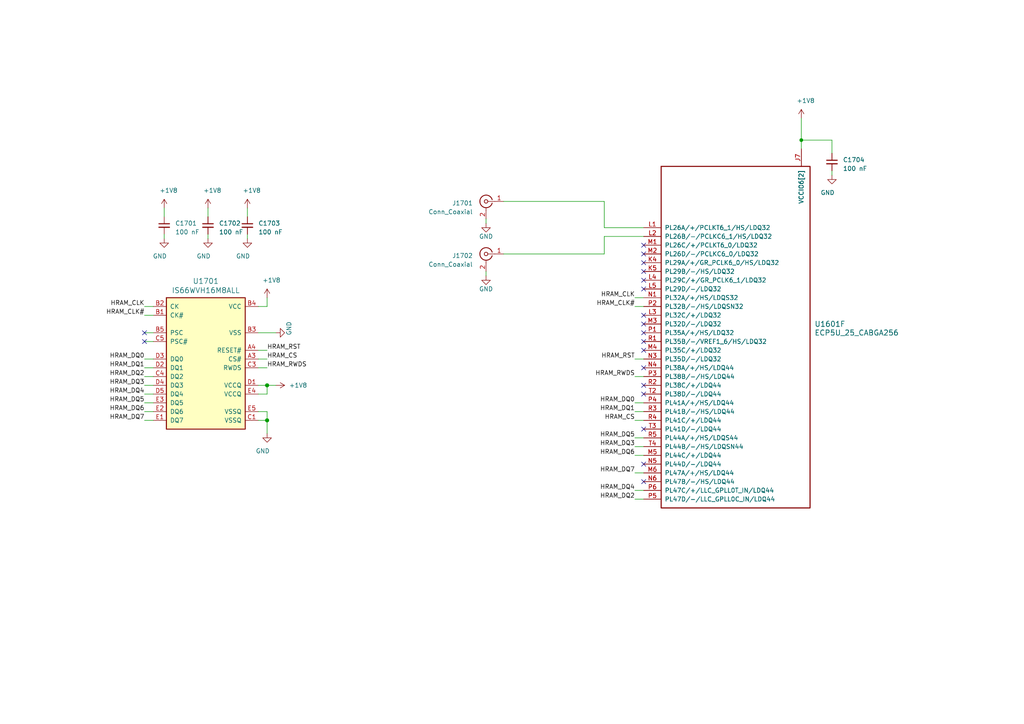
<source format=kicad_sch>
(kicad_sch (version 20211123) (generator eeschema)
  (paper "A4")
  (lib_symbols
    (symbol "Connector:Conn_Coaxial" (pin_names (offset 1.016) hide)
      (property "Reference" "J" (at 0.254 3.048 0))
      (property "Value" "Conn_Coaxial" (at 2.921 0 90))
      (symbol "Conn_Coaxial_0_1"
        (arc (start -1.778 -0.508) (mid 0.2311 -1.8066) (end 1.778 0) (stroke (width 0.254)))
        (polyline (pts (xy -2.54 0) (xy -0.508 0)))
        (polyline (pts (xy 0 -2.54) (xy 0 -1.778)))
        (circle (center 0 0) (radius 0.508) (stroke (width 0.2032)))
        (arc (start 1.778 0) (mid 0.2099 1.8101) (end -1.778 0.508) (stroke (width 0.254)))
      )
      (symbol "Conn_Coaxial_1_1"
        (pin passive line (at -5.08 0 0) (length 2.54) (name "In") (number "1"))
        (pin passive line (at 0 -5.08 90) (length 2.54) (name "Ext") (number "2"))
      )
    )
    (symbol "Device:C_Small" (pin_numbers hide) (pin_names (offset 0.254) hide)
      (property "Reference" "C" (at 0.254 1.778 0))
      (property "Value" "C_Small" (at 0.254 -2.032 0))
      (symbol "C_Small_0_1"
        (polyline (pts (xy -1.524 -0.508) (xy 1.524 -0.508)) (stroke (width 0.3302)))
        (polyline (pts (xy -1.524 0.508) (xy 1.524 0.508)) (stroke (width 0.3048)))
      )
      (symbol "C_Small_1_1"
        (pin passive line (at 0 2.54 270) (length 2.032) (name "~") (number "1"))
        (pin passive line (at 0 -2.54 90) (length 2.032) (name "~") (number "2"))
      )
    )
    (symbol "jtk_rf:ECP5U_25_CABGA256" (pin_names (offset 1.016))
      (property "Reference" "U1601" (at -5.08 24.13 0))
      (property "Value" "ECP5U_25_CABGA256" (at -3.81 20.32 0))
      (symbol "ECP5U_25_CABGA256_1_1"
        (rectangle (start 5.08 17.78) (end 12.7 -10.16) (stroke (width 0.3048)))
        (pin power_in line (at 7.62 -15.24 90) (length 5.08) (name "GND[27]") (number "A1"))
        (pin power_in line (at 7.62 -15.24 90) (length 5.08) (name "GND[27]") (number "A16"))
        (pin power_in line (at 7.62 -15.24 90) (length 5.08) (name "GND[27]") (number "D15"))
        (pin power_in line (at 7.62 -15.24 90) (length 5.08) (name "GND[27]") (number "D2"))
        (pin power_in line (at 7.62 -15.24 90) (length 5.08) (name "GND[27]") (number "F8"))
        (pin power_in line (at 7.62 -15.24 90) (length 5.08) (name "GND[27]") (number "F9"))
        (pin power_in line (at 7.62 -15.24 90) (length 5.08) (name "GND[27]") (number "G10"))
        (pin power_in line (at 7.62 22.86 270) (length 5.08) (name "VCCAUX[2]") (number "G11"))
        (pin power_in line (at 10.16 22.86 270) (length 5.08) (name "VCC[6]") (number "G6"))
        (pin power_in line (at 10.16 22.86 270) (length 5.08) (name "VCC[6]") (number "G7"))
        (pin power_in line (at 7.62 -15.24 90) (length 5.08) (name "GND[27]") (number "G8"))
        (pin power_in line (at 10.16 22.86 270) (length 5.08) (name "VCC[6]") (number "G9"))
        (pin power_in line (at 7.62 -15.24 90) (length 5.08) (name "GND[27]") (number "H1"))
        (pin power_in line (at 7.62 -15.24 90) (length 5.08) (name "GND[27]") (number "H10"))
        (pin power_in line (at 7.62 -15.24 90) (length 5.08) (name "GND[27]") (number "H16"))
        (pin power_in line (at 7.62 -15.24 90) (length 5.08) (name "GND[27]") (number "H8"))
        (pin power_in line (at 7.62 -15.24 90) (length 5.08) (name "GND[27]") (number "H9"))
        (pin power_in line (at 7.62 -15.24 90) (length 5.08) (name "GND[27]") (number "J10"))
        (pin power_in line (at 7.62 -15.24 90) (length 5.08) (name "GND[27]") (number "J8"))
        (pin power_in line (at 7.62 -15.24 90) (length 5.08) (name "GND[27]") (number "J9"))
        (pin power_in line (at 7.62 -15.24 90) (length 5.08) (name "GND[27]") (number "K10"))
        (pin power_in line (at 7.62 -15.24 90) (length 5.08) (name "GND[27]") (number "K6"))
        (pin power_in line (at 7.62 -15.24 90) (length 5.08) (name "GND[27]") (number "K7"))
        (pin power_in line (at 7.62 -15.24 90) (length 5.08) (name "GND[27]") (number "K8"))
        (pin power_in line (at 7.62 -15.24 90) (length 5.08) (name "GND[27]") (number "K9"))
        (pin power_in line (at 10.16 22.86 270) (length 5.08) (name "VCC[6]") (number "L10"))
        (pin power_in line (at 7.62 22.86 270) (length 5.08) (name "VCCAUX[2]") (number "L7"))
        (pin power_in line (at 10.16 22.86 270) (length 5.08) (name "VCC[6]") (number "L8"))
        (pin power_in line (at 10.16 22.86 270) (length 5.08) (name "VCC[6]") (number "L9"))
        (pin power_in line (at 7.62 -15.24 90) (length 5.08) (name "GND[27]") (number "N15"))
        (pin power_in line (at 7.62 -15.24 90) (length 5.08) (name "GND[27]") (number "N2"))
        (pin power_in line (at 7.62 -15.24 90) (length 5.08) (name "GND[27]") (number "T1"))
        (pin power_in line (at 7.62 -15.24 90) (length 5.08) (name "GND[27]") (number "T12"))
        (pin power_in line (at 7.62 -15.24 90) (length 5.08) (name "GND[27]") (number "T16"))
        (pin power_in line (at 7.62 -15.24 90) (length 5.08) (name "GND[27]") (number "T5"))
      )
      (symbol "ECP5U_25_CABGA256_2_1"
        (rectangle (start 5.08 17.78) (end 35.56 -60.96) (stroke (width 0.3048)))
        (pin bidirectional line (at 0 0 0) (length 5.08) (name "PT4A/+") (number "A2"))
        (pin bidirectional line (at 0 -5.08 0) (length 5.08) (name "PT6A/+") (number "A3"))
        (pin bidirectional line (at 0 -7.62 0) (length 5.08) (name "PT6B/-") (number "A4"))
        (pin bidirectional line (at 0 -30.48 0) (length 5.08) (name "PT18A/+") (number "A5"))
        (pin bidirectional line (at 0 -33.02 0) (length 5.08) (name "PT18B/-") (number "A6"))
        (pin bidirectional line (at 0 -55.88 0) (length 5.08) (name "PT29A/+/PCLKT0_0") (number "A7"))
        (pin bidirectional line (at 0 -58.42 0) (length 5.08) (name "PT29B/-/PCLKC0_0") (number "A8"))
        (pin bidirectional line (at 0 -2.54 0) (length 5.08) (name "PT4B/-") (number "B3"))
        (pin bidirectional line (at 0 -17.78 0) (length 5.08) (name "PT11B/-") (number "B4"))
        (pin bidirectional line (at 0 -27.94 0) (length 5.08) (name "PT15B/-") (number "B5"))
        (pin bidirectional line (at 0 -43.18 0) (length 5.08) (name "PT22B/-") (number "B6"))
        (pin bidirectional line (at 0 -53.34 0) (length 5.08) (name "PT27B/-/PCLKC0_1") (number "B7"))
        (pin bidirectional line (at 0 -15.24 0) (length 5.08) (name "PT11A/+") (number "C4"))
        (pin bidirectional line (at 0 -25.4 0) (length 5.08) (name "PT15A/+") (number "C5"))
        (pin bidirectional line (at 0 -40.64 0) (length 5.08) (name "PT22A/+") (number "C6"))
        (pin bidirectional line (at 0 -50.8 0) (length 5.08) (name "PT27A/+/PCLKT0_1") (number "C7"))
        (pin bidirectional line (at 0 -12.7 0) (length 5.08) (name "PT9B/-") (number "D4"))
        (pin bidirectional line (at 0 -22.86 0) (length 5.08) (name "PT13B/-") (number "D5"))
        (pin bidirectional line (at 0 -38.1 0) (length 5.08) (name "PT20B/-") (number "D6"))
        (pin bidirectional line (at 0 -48.26 0) (length 5.08) (name "PT24B/-/GR_PCLK0_0") (number "D7"))
        (pin bidirectional line (at 0 -10.16 0) (length 5.08) (name "PT9A/+") (number "E4"))
        (pin bidirectional line (at 0 -20.32 0) (length 5.08) (name "PT13A/+") (number "E5"))
        (pin bidirectional line (at 0 -35.56 0) (length 5.08) (name "PT20A/+") (number "E6"))
        (pin bidirectional line (at 0 -45.72 0) (length 5.08) (name "PT24A/+/GR_PCLK0_1") (number "E7"))
        (pin power_in line (at 33.02 22.86 270) (length 5.08) (name "VCCIO0[2]") (number "F6"))
        (pin power_in line (at 33.02 22.86 270) (length 5.08) (name "VCCIO0[2]") (number "F7"))
      )
      (symbol "ECP5U_25_CABGA256_3_1"
        (rectangle (start 5.08 17.78) (end 35.56 -81.28) (stroke (width 0.3048)))
        (pin bidirectional line (at 0 -22.86 0) (length 5.08) (name "PT42B/-") (number "A10"))
        (pin bidirectional line (at 0 -45.72 0) (length 5.08) (name "PT53A/+") (number "A11"))
        (pin bidirectional line (at 0 -48.26 0) (length 5.08) (name "PT53B/-") (number "A12"))
        (pin bidirectional line (at 0 -71.12 0) (length 5.08) (name "PT65A/+") (number "A13"))
        (pin bidirectional line (at 0 -73.66 0) (length 5.08) (name "PT65B/-") (number "A14"))
        (pin bidirectional line (at 0 -78.74 0) (length 5.08) (name "PT67B/-") (number "A15"))
        (pin bidirectional line (at 0 -20.32 0) (length 5.08) (name "PT42A/+") (number "A9"))
        (pin bidirectional line (at 0 -25.4 0) (length 5.08) (name "PT44A/+") (number "B10"))
        (pin bidirectional line (at 0 -35.56 0) (length 5.08) (name "PT49A/+") (number "B11"))
        (pin bidirectional line (at 0 -50.8 0) (length 5.08) (name "PT56A/+") (number "B12"))
        (pin bidirectional line (at 0 -60.96 0) (length 5.08) (name "PT60A/+") (number "B13"))
        (pin bidirectional line (at 0 -76.2 0) (length 5.08) (name "PT67A/+") (number "B14"))
        (pin bidirectional line (at 0 -7.62 0) (length 5.08) (name "PT35B/-/PCLKC1_0") (number "B8"))
        (pin bidirectional line (at 0 -10.16 0) (length 5.08) (name "PT38A/+/GR_PCLK1_0") (number "B9"))
        (pin bidirectional line (at 0 -27.94 0) (length 5.08) (name "PT44B/-") (number "C10"))
        (pin bidirectional line (at 0 -38.1 0) (length 5.08) (name "PT49B/-") (number "C11"))
        (pin bidirectional line (at 0 -53.34 0) (length 5.08) (name "PT56B/-") (number "C12"))
        (pin bidirectional line (at 0 -63.5 0) (length 5.08) (name "PT60B/-") (number "C13"))
        (pin bidirectional line (at 0 -5.08 0) (length 5.08) (name "PT35A/+/PCLKT1_0") (number "C8"))
        (pin bidirectional line (at 0 -12.7 0) (length 5.08) (name "PT38B/-/GR_PCLK1_1") (number "C9"))
        (pin bidirectional line (at 0 -30.48 0) (length 5.08) (name "PT47A/+") (number "D10"))
        (pin bidirectional line (at 0 -40.64 0) (length 5.08) (name "PT51A/+") (number "D11"))
        (pin bidirectional line (at 0 -55.88 0) (length 5.08) (name "PT58A/+") (number "D12"))
        (pin bidirectional line (at 0 -66.04 0) (length 5.08) (name "PT62A/+") (number "D13"))
        (pin bidirectional line (at 0 -2.54 0) (length 5.08) (name "PT33B/-/PCLKC1_1") (number "D8"))
        (pin bidirectional line (at 0 -15.24 0) (length 5.08) (name "PT40A/+") (number "D9"))
        (pin bidirectional line (at 0 -33.02 0) (length 5.08) (name "PT47B/-") (number "E10"))
        (pin bidirectional line (at 0 -43.18 0) (length 5.08) (name "PT51B/-") (number "E11"))
        (pin bidirectional line (at 0 -58.42 0) (length 5.08) (name "PT58B/-") (number "E12"))
        (pin bidirectional line (at 0 -68.58 0) (length 5.08) (name "PT62B/-") (number "E13"))
        (pin bidirectional line (at 0 0 0) (length 5.08) (name "PT33A/+/PCLKT1_1") (number "E8"))
        (pin bidirectional line (at 0 -17.78 0) (length 5.08) (name "PT40B/-") (number "E9"))
        (pin power_in line (at 33.02 22.86 270) (length 5.08) (name "VCCIO1[2]") (number "F10"))
        (pin power_in line (at 33.02 22.86 270) (length 5.08) (name "VCCIO1[2]") (number "F11"))
      )
      (symbol "ECP5U_25_CABGA256_4_1"
        (rectangle (start 5.08 17.78) (end 48.26 -81.28) (stroke (width 0.3048)))
        (pin bidirectional line (at 0 -2.54 0) (length 5.08) (name "PR2B/-/S0_IN/HS/RDQ8") (number "B15"))
        (pin bidirectional line (at 0 0 0) (length 5.08) (name "PR2A/+/HS/RDQ8") (number "B16"))
        (pin bidirectional line (at 0 -5.08 0) (length 5.08) (name "PR2C/+/RDQ8") (number "C14"))
        (pin bidirectional line (at 0 -12.7 0) (length 5.08) (name "PR5B/-/HS/RDQ8") (number "C15"))
        (pin bidirectional line (at 0 -10.16 0) (length 5.08) (name "PR5A/+/HS/RDQ8") (number "C16"))
        (pin bidirectional line (at 0 -7.62 0) (length 5.08) (name "PR2D/-/RDQ8") (number "D14"))
        (pin bidirectional line (at 0 -20.32 0) (length 5.08) (name "PR8A/+/HS/RDQS8") (number "D16"))
        (pin bidirectional line (at 0 -15.24 0) (length 5.08) (name "PR5C/+/RDQ8") (number "E14"))
        (pin bidirectional line (at 0 -22.86 0) (length 5.08) (name "PR8B/-/HS/RDQSN8") (number "E15"))
        (pin bidirectional line (at 0 -38.1 0) (length 5.08) (name "PR11D/-/RDQ8") (number "E16"))
        (pin bidirectional line (at 0 -27.94 0) (length 5.08) (name "PR8D/-/RDQ8") (number "F12"))
        (pin bidirectional line (at 0 -25.4 0) (length 5.08) (name "PR8C/+/RDQ8") (number "F13"))
        (pin bidirectional line (at 0 -17.78 0) (length 5.08) (name "PR5D/-/RDQ8") (number "F14"))
        (pin bidirectional line (at 0 -35.56 0) (length 5.08) (name "PR11C/+/RDQ8") (number "F15"))
        (pin bidirectional line (at 0 -40.64 0) (length 5.08) (name "PR14A/+/HS/RDQ20") (number "F16"))
        (pin bidirectional line (at 0 -30.48 0) (length 5.08) (name "PR11A/+/HS/RDQ8") (number "G12"))
        (pin bidirectional line (at 0 -33.02 0) (length 5.08) (name "PR11B/-/HS/RDQ8") (number "G13"))
        (pin bidirectional line (at 0 -45.72 0) (length 5.08) (name "PR14C/+/VREF1_2/RDQ20") (number "G14"))
        (pin bidirectional line (at 0 -43.18 0) (length 5.08) (name "PR14B/-/HS/RDQ20") (number "G15"))
        (pin bidirectional line (at 0 -60.96 0) (length 5.08) (name "PR20A/+/GR_PCLK2_1/HS/RDQS20") (number "G16"))
        (pin power_in line (at 45.72 22.86 270) (length 5.08) (name "VCCIO2[2]") (number "H11"))
        (pin bidirectional line (at 0 -50.8 0) (length 5.08) (name "PR17A/+/HS/RDQ20") (number "H12"))
        (pin bidirectional line (at 0 -53.34 0) (length 5.08) (name "PR17B/-/HS/RDQ20") (number "H13"))
        (pin bidirectional line (at 0 -48.26 0) (length 5.08) (name "PR14D/-/RDQ20") (number "H14"))
        (pin bidirectional line (at 0 -63.5 0) (length 5.08) (name "PR20B/-/HS/RDQSN20") (number "H15"))
        (pin power_in line (at 45.72 22.86 270) (length 5.08) (name "VCCIO2[2]") (number "J11"))
        (pin bidirectional line (at 0 -58.42 0) (length 5.08) (name "PR17D/-/RDQ20") (number "J12"))
        (pin bidirectional line (at 0 -55.88 0) (length 5.08) (name "PR17C/+/RDQ20") (number "J13"))
        (pin bidirectional line (at 0 -66.04 0) (length 5.08) (name "PR20C/+/GR_PCLK2_0/RDQ20") (number "J14"))
        (pin bidirectional line (at 0 -73.66 0) (length 5.08) (name "PR23B/-/PCLKC2_1/HS/RDQ20") (number "J15"))
        (pin bidirectional line (at 0 -71.12 0) (length 5.08) (name "PR23A/+/PCLKT2_1/HS/RDQ20") (number "J16"))
        (pin bidirectional line (at 0 -68.58 0) (length 5.08) (name "PR20D/-/RDQ20") (number "K14"))
        (pin bidirectional line (at 0 -78.74 0) (length 5.08) (name "PR23D/-/PCLKC2_0/RDQ20") (number "K15"))
        (pin bidirectional line (at 0 -76.2 0) (length 5.08) (name "PR23C/+/PCLKT2_0/RDQ20") (number "K16"))
      )
      (symbol "ECP5U_25_CABGA256_5_1"
        (rectangle (start 5.08 17.78) (end 48.26 -81.28) (stroke (width 0.3048)))
        (pin power_in line (at 45.72 22.86 270) (length 5.08) (name "VCCIO3[2]") (number "K11"))
        (pin bidirectional line (at 0 -12.7 0) (length 5.08) (name "PR29B/-/HS/RDQ32") (number "K12"))
        (pin bidirectional line (at 0 -10.16 0) (length 5.08) (name "PR29A/+/GR_PCLK3_0/HS/RDQ32") (number "K13"))
        (pin power_in line (at 45.72 22.86 270) (length 5.08) (name "VCCIO3[2]") (number "L11"))
        (pin bidirectional line (at 0 -17.78 0) (length 5.08) (name "PR29D/-/RDQ32") (number "L12"))
        (pin bidirectional line (at 0 -15.24 0) (length 5.08) (name "PR29C/+/GR_PCLK3_1/RDQ32") (number "L13"))
        (pin bidirectional line (at 0 -25.4 0) (length 5.08) (name "PR32C/+/RDQ32") (number "L14"))
        (pin bidirectional line (at 0 -2.54 0) (length 5.08) (name "PR26B/-/PCLKC3_1/HS/RDQ32") (number "L15"))
        (pin bidirectional line (at 0 0 0) (length 5.08) (name "PR26A/+/PCLKT3_1/HS/RDQ32") (number "L16"))
        (pin bidirectional line (at 0 -71.12 0) (length 5.08) (name "PR47A/+/HS/RDQ44") (number "M11"))
        (pin bidirectional line (at 0 -66.04 0) (length 5.08) (name "PR44C/+/RDQ44") (number "M12"))
        (pin bidirectional line (at 0 -35.56 0) (length 5.08) (name "PR35C/+/RDQ32") (number "M13"))
        (pin bidirectional line (at 0 -27.94 0) (length 5.08) (name "PR32D/-/RDQ32") (number "M14"))
        (pin bidirectional line (at 0 -7.62 0) (length 5.08) (name "PR26D/-/PCLKC3_0/RDQ32") (number "M15"))
        (pin bidirectional line (at 0 -5.08 0) (length 5.08) (name "PR26C/+/PCLKT3_0/RDQ32") (number "M16"))
        (pin bidirectional line (at 0 -73.66 0) (length 5.08) (name "PR47B/-/HS/RDQ44") (number "N11"))
        (pin bidirectional line (at 0 -68.58 0) (length 5.08) (name "PR44D/-/RDQ44") (number "N12"))
        (pin bidirectional line (at 0 -40.64 0) (length 5.08) (name "PR38A/+/HS/RDQ44") (number "N13"))
        (pin bidirectional line (at 0 -38.1 0) (length 5.08) (name "PR35D/-/RDQ32") (number "N14"))
        (pin bidirectional line (at 0 -20.32 0) (length 5.08) (name "PR32A/+/HS/RDQS32") (number "N16"))
        (pin bidirectional line (at 0 -76.2 0) (length 5.08) (name "PR47C/+/LRC_GPLL0T_IN/RDQ44") (number "P11"))
        (pin bidirectional line (at 0 -78.74 0) (length 5.08) (name "PR47D/-/LRC_GPLL0C_IN/RDQ44") (number "P12"))
        (pin bidirectional line (at 0 -50.8 0) (length 5.08) (name "PR41A/+/HS/RDQ44") (number "P13"))
        (pin bidirectional line (at 0 -43.18 0) (length 5.08) (name "PR38B/-/HS/RDQ44") (number "P14"))
        (pin bidirectional line (at 0 -22.86 0) (length 5.08) (name "PR32B/-/HS/RDQSN32") (number "P15"))
        (pin bidirectional line (at 0 -30.48 0) (length 5.08) (name "PR35A/+/HS/RDQ32") (number "P16"))
        (pin bidirectional line (at 0 -60.96 0) (length 5.08) (name "PR44A/+/HS/RDQS44") (number "R12"))
        (pin bidirectional line (at 0 -55.88 0) (length 5.08) (name "PR41C/+/RDQ44") (number "R13"))
        (pin bidirectional line (at 0 -53.34 0) (length 5.08) (name "PR41B/-/HS/RDQ44") (number "R14"))
        (pin bidirectional line (at 0 -45.72 0) (length 5.08) (name "PR38C/+/RDQ44") (number "R15"))
        (pin bidirectional line (at 0 -33.02 0) (length 5.08) (name "PR35B/-/VREF1_3/HS/RDQ32") (number "R16"))
        (pin bidirectional line (at 0 -63.5 0) (length 5.08) (name "PR44B/-/HS/RDQSN44") (number "T13"))
        (pin bidirectional line (at 0 -58.42 0) (length 5.08) (name "PR41D/-/RDQ44") (number "T14"))
        (pin bidirectional line (at 0 -48.26 0) (length 5.08) (name "PR38D/-/RDQ44") (number "T15"))
      )
      (symbol "ECP5U_25_CABGA256_6_1"
        (rectangle (start 5.08 17.78) (end 48.26 -81.28) (stroke (width 0.3048)))
        (pin power_in line (at 45.72 22.86 270) (length 5.08) (name "VCCIO6[2]") (number "J6"))
        (pin power_in line (at 45.72 22.86 270) (length 5.08) (name "VCCIO6[2]") (number "J7"))
        (pin bidirectional line (at 0 -10.16 0) (length 5.08) (name "PL29A/+/GR_PCLK6_0/HS/LDQ32") (number "K4"))
        (pin bidirectional line (at 0 -12.7 0) (length 5.08) (name "PL29B/-/HS/LDQ32") (number "K5"))
        (pin bidirectional line (at 0 0 0) (length 5.08) (name "PL26A/+/PCLKT6_1/HS/LDQ32") (number "L1"))
        (pin bidirectional line (at 0 -2.54 0) (length 5.08) (name "PL26B/-/PCLKC6_1/HS/LDQ32") (number "L2"))
        (pin bidirectional line (at 0 -25.4 0) (length 5.08) (name "PL32C/+/LDQ32") (number "L3"))
        (pin bidirectional line (at 0 -15.24 0) (length 5.08) (name "PL29C/+/GR_PCLK6_1/LDQ32") (number "L4"))
        (pin bidirectional line (at 0 -17.78 0) (length 5.08) (name "PL29D/-/LDQ32") (number "L5"))
        (pin bidirectional line (at 0 -5.08 0) (length 5.08) (name "PL26C/+/PCLKT6_0/LDQ32") (number "M1"))
        (pin bidirectional line (at 0 -7.62 0) (length 5.08) (name "PL26D/-/PCLKC6_0/LDQ32") (number "M2"))
        (pin bidirectional line (at 0 -27.94 0) (length 5.08) (name "PL32D/-/LDQ32") (number "M3"))
        (pin bidirectional line (at 0 -35.56 0) (length 5.08) (name "PL35C/+/LDQ32") (number "M4"))
        (pin bidirectional line (at 0 -66.04 0) (length 5.08) (name "PL44C/+/LDQ44") (number "M5"))
        (pin bidirectional line (at 0 -71.12 0) (length 5.08) (name "PL47A/+/HS/LDQ44") (number "M6"))
        (pin bidirectional line (at 0 -20.32 0) (length 5.08) (name "PL32A/+/HS/LDQS32") (number "N1"))
        (pin bidirectional line (at 0 -38.1 0) (length 5.08) (name "PL35D/-/LDQ32") (number "N3"))
        (pin bidirectional line (at 0 -40.64 0) (length 5.08) (name "PL38A/+/HS/LDQ44") (number "N4"))
        (pin bidirectional line (at 0 -68.58 0) (length 5.08) (name "PL44D/-/LDQ44") (number "N5"))
        (pin bidirectional line (at 0 -73.66 0) (length 5.08) (name "PL47B/-/HS/LDQ44") (number "N6"))
        (pin bidirectional line (at 0 -30.48 0) (length 5.08) (name "PL35A/+/HS/LDQ32") (number "P1"))
        (pin bidirectional line (at 0 -22.86 0) (length 5.08) (name "PL32B/-/HS/LDQSN32") (number "P2"))
        (pin bidirectional line (at 0 -43.18 0) (length 5.08) (name "PL38B/-/HS/LDQ44") (number "P3"))
        (pin bidirectional line (at 0 -50.8 0) (length 5.08) (name "PL41A/+/HS/LDQ44") (number "P4"))
        (pin bidirectional line (at 0 -78.74 0) (length 5.08) (name "PL47D/-/LLC_GPLL0C_IN/LDQ44") (number "P5"))
        (pin bidirectional line (at 0 -76.2 0) (length 5.08) (name "PL47C/+/LLC_GPLL0T_IN/LDQ44") (number "P6"))
        (pin bidirectional line (at 0 -33.02 0) (length 5.08) (name "PL35B/-/VREF1_6/HS/LDQ32") (number "R1"))
        (pin bidirectional line (at 0 -45.72 0) (length 5.08) (name "PL38C/+/LDQ44") (number "R2"))
        (pin bidirectional line (at 0 -53.34 0) (length 5.08) (name "PL41B/-/HS/LDQ44") (number "R3"))
        (pin bidirectional line (at 0 -55.88 0) (length 5.08) (name "PL41C/+/LDQ44") (number "R4"))
        (pin bidirectional line (at 0 -60.96 0) (length 5.08) (name "PL44A/+/HS/LDQS44") (number "R5"))
        (pin bidirectional line (at 0 -48.26 0) (length 5.08) (name "PL38D/-/LDQ44") (number "T2"))
        (pin bidirectional line (at 0 -58.42 0) (length 5.08) (name "PL41D/-/LDQ44") (number "T3"))
        (pin bidirectional line (at 0 -63.5 0) (length 5.08) (name "PL44B/-/HS/LDQSN44") (number "T4"))
      )
      (symbol "ECP5U_25_CABGA256_7_1"
        (rectangle (start 5.08 17.78) (end 48.26 -81.28) (stroke (width 0.3048)))
        (pin bidirectional line (at 0 0 0) (length 5.08) (name "PL2A/+/HS/LDQ8") (number "B1"))
        (pin bidirectional line (at 0 -2.54 0) (length 5.08) (name "PL2B/-/HS/LDQ8") (number "B2"))
        (pin bidirectional line (at 0 -10.16 0) (length 5.08) (name "PL5A/+/HS/LDQ8") (number "C1"))
        (pin bidirectional line (at 0 -12.7 0) (length 5.08) (name "PL5B/-/HS/LDQ8") (number "C2"))
        (pin bidirectional line (at 0 -5.08 0) (length 5.08) (name "PL2C/+/LDQ8") (number "C3"))
        (pin bidirectional line (at 0 -20.32 0) (length 5.08) (name "PL8A/+/HS/LDQS8") (number "D1"))
        (pin bidirectional line (at 0 -7.62 0) (length 5.08) (name "PL2D/-/LDQ8") (number "D3"))
        (pin bidirectional line (at 0 -38.1 0) (length 5.08) (name "PL11D/-/LDQ8") (number "E1"))
        (pin bidirectional line (at 0 -22.86 0) (length 5.08) (name "PL8B/-/HS/LDQSN8") (number "E2"))
        (pin bidirectional line (at 0 -15.24 0) (length 5.08) (name "PL5C/+/LDQ8") (number "E3"))
        (pin bidirectional line (at 0 -40.64 0) (length 5.08) (name "PL14A/+/HS/LDQ20") (number "F1"))
        (pin bidirectional line (at 0 -35.56 0) (length 5.08) (name "PL11C/+/LDQ8") (number "F2"))
        (pin bidirectional line (at 0 -17.78 0) (length 5.08) (name "PL5D/-/LDQ8") (number "F3"))
        (pin bidirectional line (at 0 -25.4 0) (length 5.08) (name "PL8C/+/LDQ8") (number "F4"))
        (pin bidirectional line (at 0 -27.94 0) (length 5.08) (name "PL8D/-/LDQ8") (number "F5"))
        (pin bidirectional line (at 0 -60.96 0) (length 5.08) (name "PL20A/+/GR_PCLK7_1/HS/LDQS20") (number "G1"))
        (pin bidirectional line (at 0 -43.18 0) (length 5.08) (name "PL14B/-/HS/LDQ20") (number "G2"))
        (pin bidirectional line (at 0 -45.72 0) (length 5.08) (name "PL14C/+/VREF1_7/LDQ20") (number "G3"))
        (pin bidirectional line (at 0 -33.02 0) (length 5.08) (name "PL11B/-/HS/LDQ8") (number "G4"))
        (pin bidirectional line (at 0 -30.48 0) (length 5.08) (name "PL11A/+/HS/LDQ8") (number "G5"))
        (pin bidirectional line (at 0 -63.5 0) (length 5.08) (name "PL20B/-/HS/LDQSN20") (number "H2"))
        (pin bidirectional line (at 0 -48.26 0) (length 5.08) (name "PL14D/-/LDQ20") (number "H3"))
        (pin bidirectional line (at 0 -53.34 0) (length 5.08) (name "PL17B/-/HS/LDQ20") (number "H4"))
        (pin bidirectional line (at 0 -50.8 0) (length 5.08) (name "PL17A/+/HS/LDQ20") (number "H5"))
        (pin power_in line (at 45.72 22.86 270) (length 5.08) (name "VCCIO7[2]") (number "H6"))
        (pin power_in line (at 45.72 22.86 270) (length 5.08) (name "VCCIO7[2]") (number "H7"))
        (pin bidirectional line (at 0 -71.12 0) (length 5.08) (name "PL23A/+/PCLKT7_1/HS/LDQ20") (number "J1"))
        (pin bidirectional line (at 0 -73.66 0) (length 5.08) (name "PL23B/-/PCLKC7_1/HS/LDQ20") (number "J2"))
        (pin bidirectional line (at 0 -66.04 0) (length 5.08) (name "PL20C/+/GR_PCLK7_0/LDQ20") (number "J3"))
        (pin bidirectional line (at 0 -55.88 0) (length 5.08) (name "PL17C/+/LDQ20") (number "J4"))
        (pin bidirectional line (at 0 -58.42 0) (length 5.08) (name "PL17D/-/LDQ20") (number "J5"))
        (pin bidirectional line (at 0 -76.2 0) (length 5.08) (name "PL23C/+/PCLKT7_0/LDQ20") (number "K1"))
        (pin bidirectional line (at 0 -78.74 0) (length 5.08) (name "PL23D/-/PCLKC7_0/LDQ20") (number "K2"))
        (pin bidirectional line (at 0 -68.58 0) (length 5.08) (name "PL20D/-/LDQ20") (number "K3"))
      )
      (symbol "ECP5U_25_CABGA256_8_1"
        (rectangle (start 5.08 12.7) (end 53.34 -50.8) (stroke (width 0.3048)))
        (pin power_in line (at 50.8 17.78 270) (length 5.08) (name "VCCIO8") (number "L6"))
        (pin bidirectional line (at 0 -27.94 0) (length 5.08) (name "PB9B/-/D2/IO2") (number "M7"))
        (pin bidirectional line (at 0 -43.18 0) (length 5.08) (name "PB15B/-/DOUT/CSON") (number "M8"))
        (pin bidirectional line (at 0 -45.72 0) (length 5.08) (name "PB18A/WRITEN") (number "M9"))
        (pin bidirectional line (at 0 -2.54 0) (length 5.08) (name "CFG_0") (number "N10"))
        (pin bidirectional line (at 0 -25.4 0) (length 5.08) (name "PB9A/+/D3/IO3") (number "N7"))
        (pin bidirectional line (at 0 -40.64 0) (length 5.08) (name "PB15A/+/HOLDN/DI/BUSY/CSSPIN/CEN") (number "N8"))
        (pin bidirectional line (at 0 0 0) (length 5.08) (name "CCLK/MCLK/SCK") (number "N9"))
        (pin bidirectional line (at 0 -5.08 0) (length 5.08) (name "CFG_1") (number "P10"))
        (pin bidirectional line (at 0 -22.86 0) (length 5.08) (name "PB6B/-/D4/MOSI2/IO4") (number "P7"))
        (pin bidirectional line (at 0 -38.1 0) (length 5.08) (name "PB13B/-/CS1N") (number "P8"))
        (pin bidirectional line (at 0 -10.16 0) (length 5.08) (name "DONE") (number "P9"))
        (pin bidirectional line (at 0 -7.62 0) (length 5.08) (name "CFG_2") (number "R10"))
        (pin bidirectional line (at 0 -17.78 0) (length 5.08) (name "PB4B/-/D6/IO6") (number "R6"))
        (pin bidirectional line (at 0 -20.32 0) (length 5.08) (name "PB6A/+/D5/MISO2/IO5") (number "R7"))
        (pin bidirectional line (at 0 -35.56 0) (length 5.08) (name "PB13A/+/SN/CSN") (number "R8"))
        (pin bidirectional line (at 0 -48.26 0) (length 5.08) (name "PROGRAMN") (number "R9"))
        (pin bidirectional line (at 0 -15.24 0) (length 5.08) (name "PB4A/+/D7/IO7") (number "T6"))
        (pin bidirectional line (at 0 -30.48 0) (length 5.08) (name "PB11A/+/D1/MISO/IO1") (number "T7"))
        (pin bidirectional line (at 0 -33.02 0) (length 5.08) (name "PB11B/-/D0/MOSI/IO0") (number "T8"))
        (pin bidirectional line (at 0 -12.7 0) (length 5.08) (name "INITN") (number "T9"))
      )
      (symbol "ECP5U_25_CABGA256_9_1"
        (rectangle (start 5.08 2.54) (end 12.7 -10.16) (stroke (width 0.3048)))
        (pin bidirectional line (at 0 -5.08 0) (length 5.08) (name "TDO") (number "M10"))
        (pin bidirectional line (at 0 -2.54 0) (length 5.08) (name "TDI") (number "R11"))
        (pin bidirectional line (at 0 0 0) (length 5.08) (name "TCK") (number "T10"))
        (pin bidirectional line (at 0 -7.62 0) (length 5.08) (name "TMS") (number "T11"))
      )
    )
    (symbol "jtk_rf:IS66WVH16M8ALL" (pin_names (offset 1.016))
      (property "Reference" "U1701" (at 0 23.876 0))
      (property "Value" "IS66WVH16M8ALL" (at 0 21.1836 0))
      (symbol "IS66WVH16M8ALL_1_0"
        (rectangle (start -11.43 19.05) (end 11.43 -19.05) (stroke (width 0.3048)) (fill (type background)))
      )
      (symbol "IS66WVH16M8ALL_1_1"
        (pin input line (at 15.24 1.27 180) (length 3.81) (name "CS#") (number "A3"))
        (pin input line (at 15.24 3.81 180) (length 3.81) (name "RESET#") (number "A4"))
        (pin input line (at -15.24 13.97 0) (length 3.81) (name "CK#") (number "B1"))
        (pin input line (at -15.24 16.51 0) (length 3.81) (name "CK") (number "B2"))
        (pin input line (at 15.24 8.89 180) (length 3.81) (name "VSS") (number "B3"))
        (pin input line (at 15.24 16.51 180) (length 3.81) (name "VCC") (number "B4"))
        (pin input line (at -15.24 8.89 0) (length 3.81) (name "PSC") (number "B5"))
        (pin input line (at 15.24 -16.51 180) (length 3.81) (name "VSSQ") (number "C1"))
        (pin input line (at 15.24 -1.27 180) (length 3.81) (name "RWDS") (number "C3"))
        (pin input line (at -15.24 -3.81 0) (length 3.81) (name "DQ2") (number "C4"))
        (pin input line (at -15.24 6.35 0) (length 3.81) (name "PSC#") (number "C5"))
        (pin input line (at 15.24 -6.35 180) (length 3.81) (name "VCCQ") (number "D1"))
        (pin input line (at -15.24 -1.27 0) (length 3.81) (name "DQ1") (number "D2"))
        (pin input line (at -15.24 1.27 0) (length 3.81) (name "DQ0") (number "D3"))
        (pin input line (at -15.24 -6.35 0) (length 3.81) (name "DQ3") (number "D4"))
        (pin input line (at -15.24 -8.89 0) (length 3.81) (name "DQ4") (number "D5"))
        (pin input line (at -15.24 -16.51 0) (length 3.81) (name "DQ7") (number "E1"))
        (pin input line (at -15.24 -13.97 0) (length 3.81) (name "DQ6") (number "E2"))
        (pin input line (at -15.24 -11.43 0) (length 3.81) (name "DQ5") (number "E3"))
        (pin input line (at 15.24 -8.89 180) (length 3.81) (name "VCCQ") (number "E4"))
        (pin input line (at 15.24 -13.97 180) (length 3.81) (name "VSSQ") (number "E5"))
      )
    )
    (symbol "power:+1V8" (power) (pin_names (offset 0))
      (property "Value" "+1V8" (at 0 3.556 0))
      (symbol "+1V8_0_1"
        (polyline (pts (xy -0.762 1.27) (xy 0 2.54)))
        (polyline (pts (xy 0 0) (xy 0 2.54)))
        (polyline (pts (xy 0 2.54) (xy 0.762 1.27)))
      )
      (symbol "+1V8_1_1"
        (pin power_in line (at 0 0 90) (length 0) hide (name "+1V8") (number "1"))
      )
    )
    (symbol "power:GND" (power) (pin_names (offset 0))
      (property "Value" "GND" (at 0 -3.81 0))
      (symbol "GND_0_1"
        (polyline (pts (xy 0 0) (xy 0 -1.27) (xy 1.27 -1.27) (xy 0 -2.54) (xy -1.27 -1.27) (xy 0 -1.27)))
      )
      (symbol "GND_1_1"
        (pin power_in line (at 0 0 270) (length 0) hide (name "GND") (number "1"))
      )
    )
  )
  (junction (at 77.47 121.92) (diameter 1.016))
  (junction (at 77.47 111.76) (diameter 1.016))
  (junction (at 232.41 40.64) (diameter 0.9144))
  (no_connect (at 41.91 96.52))
  (no_connect (at 41.91 99.06))
  (no_connect (at 186.69 71.12))
  (no_connect (at 186.69 73.66))
  (no_connect (at 186.69 76.2))
  (no_connect (at 186.69 78.74))
  (no_connect (at 186.69 81.28))
  (no_connect (at 186.69 83.82))
  (no_connect (at 186.69 91.44))
  (no_connect (at 186.69 93.98))
  (no_connect (at 186.69 96.52))
  (no_connect (at 186.69 99.06))
  (no_connect (at 186.69 101.6))
  (no_connect (at 186.69 106.68))
  (no_connect (at 186.69 111.76))
  (no_connect (at 186.69 114.3))
  (no_connect (at 186.69 124.46))
  (no_connect (at 186.69 134.62))
  (no_connect (at 186.69 139.7))
  (wire (pts (xy 186.69 109.22) (xy 184.15 109.22)))
  (wire (pts (xy 184.15 88.9) (xy 186.69 88.9)))
  (wire (pts (xy 184.15 132.08) (xy 186.69 132.08)))
  (wire (pts (xy 60.325 60.325) (xy 60.325 62.865)))
  (wire (pts (xy 186.69 127) (xy 184.15 127)))
  (wire (pts (xy 41.91 106.68) (xy 44.45 106.68)))
  (wire (pts (xy 71.755 67.945) (xy 71.755 69.215)))
  (wire (pts (xy 186.69 104.14) (xy 184.15 104.14)))
  (wire (pts (xy 184.15 86.36) (xy 186.69 86.36)))
  (wire (pts (xy 41.91 104.14) (xy 44.45 104.14)))
  (wire (pts (xy 140.97 78.74) (xy 140.97 80.01)))
  (wire (pts (xy 41.91 109.22) (xy 44.45 109.22)))
  (wire (pts (xy 184.15 119.38) (xy 186.69 119.38)))
  (wire (pts (xy 41.91 121.92) (xy 44.45 121.92)))
  (wire (pts (xy 74.93 88.9) (xy 77.47 88.9)))
  (wire (pts (xy 77.47 88.9) (xy 77.47 86.36)))
  (wire (pts (xy 74.93 104.14) (xy 77.47 104.14)))
  (wire (pts (xy 41.91 88.9) (xy 44.45 88.9)))
  (wire (pts (xy 146.05 58.42) (xy 175.26 58.42)))
  (wire (pts (xy 41.91 99.06) (xy 44.45 99.06)))
  (wire (pts (xy 60.325 67.945) (xy 60.325 69.215)))
  (wire (pts (xy 41.91 91.44) (xy 44.45 91.44)))
  (wire (pts (xy 41.91 114.3) (xy 44.45 114.3)))
  (wire (pts (xy 184.15 129.54) (xy 186.69 129.54)))
  (wire (pts (xy 184.15 144.78) (xy 186.69 144.78)))
  (wire (pts (xy 77.47 111.76) (xy 74.93 111.76)))
  (wire (pts (xy 47.625 67.945) (xy 47.625 69.215)))
  (wire (pts (xy 74.93 121.92) (xy 77.47 121.92)))
  (wire (pts (xy 74.93 119.38) (xy 77.47 119.38)))
  (wire (pts (xy 241.3 40.64) (xy 241.3 44.45)))
  (wire (pts (xy 175.26 58.42) (xy 175.26 66.04)))
  (wire (pts (xy 175.26 66.04) (xy 186.69 66.04)))
  (wire (pts (xy 41.91 96.52) (xy 44.45 96.52)))
  (wire (pts (xy 232.41 40.64) (xy 232.41 43.18)))
  (wire (pts (xy 146.05 73.66) (xy 175.26 73.66)))
  (wire (pts (xy 74.93 101.6) (xy 77.47 101.6)))
  (wire (pts (xy 140.97 63.5) (xy 140.97 64.77)))
  (wire (pts (xy 184.15 116.84) (xy 186.69 116.84)))
  (wire (pts (xy 77.47 119.38) (xy 77.47 121.92)))
  (wire (pts (xy 47.625 60.325) (xy 47.625 62.865)))
  (wire (pts (xy 71.755 60.325) (xy 71.755 62.865)))
  (wire (pts (xy 184.15 137.16) (xy 186.69 137.16)))
  (wire (pts (xy 232.41 40.64) (xy 241.3 40.64)))
  (wire (pts (xy 232.41 34.29) (xy 232.41 40.64)))
  (wire (pts (xy 74.93 96.52) (xy 80.01 96.52)))
  (wire (pts (xy 241.3 49.53) (xy 241.3 50.8)))
  (wire (pts (xy 41.91 119.38) (xy 44.45 119.38)))
  (wire (pts (xy 77.47 121.92) (xy 77.47 125.73)))
  (wire (pts (xy 41.91 116.84) (xy 44.45 116.84)))
  (wire (pts (xy 184.15 121.92) (xy 186.69 121.92)))
  (wire (pts (xy 74.93 114.3) (xy 77.47 114.3)))
  (wire (pts (xy 77.47 114.3) (xy 77.47 111.76)))
  (wire (pts (xy 184.15 142.24) (xy 186.69 142.24)))
  (wire (pts (xy 80.01 111.76) (xy 77.47 111.76)))
  (wire (pts (xy 175.26 68.58) (xy 186.69 68.58)))
  (wire (pts (xy 175.26 73.66) (xy 175.26 68.58)))
  (wire (pts (xy 74.93 106.68) (xy 77.47 106.68)))
  (wire (pts (xy 41.91 111.76) (xy 44.45 111.76)))
  (label "HRAM_RWDS" (at 184.15 109.22 180))
  (label "HRAM_CLK#" (at 41.91 91.44 180))
  (label "HRAM_DQ4" (at 41.91 114.3 180))
  (label "HRAM_DQ1" (at 41.91 106.68 180))
  (label "HRAM_DQ5" (at 41.91 116.84 180))
  (label "HRAM_CLK" (at 41.91 88.9 180))
  (label "HRAM_CLK#" (at 184.15 88.9 180))
  (label "HRAM_RWDS" (at 77.47 106.68 0))
  (label "HRAM_DQ2" (at 41.91 109.22 180))
  (label "HRAM_DQ5" (at 184.15 127 180))
  (label "HRAM_DQ1" (at 184.15 119.38 180))
  (label "HRAM_DQ3" (at 41.91 111.76 180))
  (label "HRAM_RST" (at 77.47 101.6 0))
  (label "HRAM_DQ7" (at 184.15 137.16 180))
  (label "HRAM_DQ0" (at 41.91 104.14 180))
  (label "HRAM_CS" (at 184.15 121.92 180))
  (label "HRAM_DQ7" (at 41.91 121.92 180))
  (label "HRAM_RST" (at 184.15 104.14 180))
  (label "HRAM_DQ6" (at 41.91 119.38 180))
  (label "HRAM_DQ4" (at 184.15 142.24 180))
  (label "HRAM_DQ6" (at 184.15 132.08 180))
  (label "HRAM_CLK" (at 184.15 86.36 180))
  (label "HRAM_DQ3" (at 184.15 129.54 180))
  (label "HRAM_DQ0" (at 184.15 116.84 180))
  (label "HRAM_CS" (at 77.47 104.14 0))
  (label "HRAM_DQ2" (at 184.15 144.78 180))
  (symbol (lib_id "power:+1V8") (at 80.01 111.76 270) (unit 1)
    (property "Reference" "#PWR01710" (effects hide))
    (property "Value" "+1V8" (at 83.82 111.76 90) (effects (justify left)))
  )
  (symbol (lib_id "power:GND") (at 140.97 64.77 0) (mirror y) (unit 1)
    (property "Reference" "#PWR01711" (effects hide))
    (property "Value" "GND" (at 140.97 68.58 0))
  )
  (symbol (lib_id "power:+1V8") (at 232.41 34.29 0) (unit 1)
    (property "Reference" "#PWR01713" (effects hide))
    (property "Value" "+1V8" (at 233.68 29.21 0))
  )
  (symbol (lib_id "jtk_rf:IS66WVH16M8ALL") (at 59.69 105.41 0) (unit 1)
    (property "Reference" "U1701" (at 59.69 81.534 0) (effects (font (size 1.524 1.524))))
    (property "Value" "IS66WVH16M8ALL" (at 59.69 84.2264 0) (effects (font (size 1.524 1.524))))
    (property "Footprint" "gkl_housings_bga:T-PBGA-24_6.0x8.0mm_Layout5x5_P1.0mm" (effects hide))
    (property "SN-DK" "706-1548-ND" (effects hide))
    (property "PN" "IS66WVH16M8ALL-166B1LI" (effects hide))
    (property "Mfg" "ISSI, Integrated Silicon Solution Inc" (effects hide))
    (property "Notes" "HyperRAM symbol copied from Greg Davill's ECPBreaker, CC-BY-SA V4.0" (effects hide))
  )
  (symbol (lib_id "power:GND") (at 71.755 69.215 0) (mirror y) (unit 1)
    (property "Reference" "#PWR01706" (effects hide))
    (property "Value" "GND" (at 70.485 74.295 0))
  )
  (symbol (lib_id "Device:C_Small") (at 71.755 65.405 0) (unit 1)
    (property "Reference" "C1703" (at 74.93 64.7699 0) (effects (justify left)))
    (property "Value" "100 nF" (at 74.93 67.3099 0) (effects (justify left)))
    (property "Footprint" "Capacitor_SMD:C_0402_1005Metric" (effects hide))
  )
  (symbol (lib_id "Connector:Conn_Coaxial") (at 140.97 73.66 0) (mirror y) (unit 1)
    (property "Reference" "J1702" (at 137.16 74.1552 0) (effects (justify left)))
    (property "Value" "Conn_Coaxial" (at 137.16 76.6952 0) (effects (justify left)))
    (property "Footprint" "Connector_Coaxial:U.FL_Hirose_U.FL-R-SMT-1_Vertical" (effects hide))
    (property "Datasheet" " ~" (effects hide))
  )
  (symbol (lib_id "Device:C_Small") (at 60.325 65.405 0) (unit 1)
    (property "Reference" "C1702" (at 63.5 64.7699 0) (effects (justify left)))
    (property "Value" "100 nF" (at 63.5 67.3099 0) (effects (justify left)))
    (property "Footprint" "Capacitor_SMD:C_0402_1005Metric" (effects hide))
  )
  (symbol (lib_id "power:GND") (at 140.97 80.01 0) (mirror y) (unit 1)
    (property "Reference" "#PWR01712" (effects hide))
    (property "Value" "GND" (at 140.97 83.82 0))
  )
  (symbol (lib_id "power:+1V8") (at 47.625 60.325 0) (unit 1)
    (property "Reference" "#PWR01701" (effects hide))
    (property "Value" "+1V8" (at 48.895 55.245 0))
  )
  (symbol (lib_id "power:GND") (at 80.01 96.52 90) (mirror x) (unit 1)
    (property "Reference" "#PWR01709" (effects hide))
    (property "Value" "GND" (at 83.82 95.25 0))
  )
  (symbol (lib_id "power:GND") (at 60.325 69.215 0) (mirror y) (unit 1)
    (property "Reference" "#PWR01704" (effects hide))
    (property "Value" "GND" (at 59.055 74.295 0))
  )
  (symbol (lib_id "Connector:Conn_Coaxial") (at 140.97 58.42 0) (mirror y) (unit 1)
    (property "Reference" "J1701" (at 137.16 58.9152 0) (effects (justify left)))
    (property "Value" "Conn_Coaxial" (at 137.16 61.4552 0) (effects (justify left)))
    (property "Footprint" "Connector_Coaxial:U.FL_Hirose_U.FL-R-SMT-1_Vertical" (effects hide))
    (property "Datasheet" " ~" (effects hide))
  )
  (symbol (lib_id "Device:C_Small") (at 47.625 65.405 0) (unit 1)
    (property "Reference" "C1701" (at 50.8 64.7699 0) (effects (justify left)))
    (property "Value" "100 nF" (at 50.8 67.3099 0) (effects (justify left)))
    (property "Footprint" "Capacitor_SMD:C_0402_1005Metric" (effects hide))
  )
  (symbol (lib_id "power:+1V8") (at 77.47 86.36 0) (unit 1)
    (property "Reference" "#PWR01707" (effects hide))
    (property "Value" "+1V8" (at 78.74 81.28 0))
  )
  (symbol (lib_id "power:GND") (at 241.3 50.8 0) (mirror y) (unit 1)
    (property "Reference" "#PWR01714" (effects hide))
    (property "Value" "GND" (at 240.03 55.88 0))
  )
  (symbol (lib_id "power:+1V8") (at 60.325 60.325 0) (unit 1)
    (property "Reference" "#PWR01703" (effects hide))
    (property "Value" "+1V8" (at 61.595 55.245 0))
  )
  (symbol (lib_id "jtk_rf:ECP5U_25_CABGA256") (at 186.69 66.04 0) (unit 6)
    (property "Reference" "U1601" (at 236.22 93.98 0) (effects (font (size 1.524 1.524)) (justify left)))
    (property "Value" "ECP5U_25_CABGA256" (at 236.22 96.52 0) (effects (font (size 1.524 1.524)) (justify left)))
    (property "Footprint" "Package_BGA:BGA-256_14.0x14.0mm_Layout16x16_P0.8mm_Ball0.45mm_Pad0.32mm_NSMD" (effects hide))
    (property "manf#" "ECP5U_25" (effects hide))
  )
  (symbol (lib_id "power:+1V8") (at 71.755 60.325 0) (unit 1)
    (property "Reference" "#PWR01705" (effects hide))
    (property "Value" "+1V8" (at 73.025 55.245 0))
  )
  (symbol (lib_id "Device:C_Small") (at 241.3 46.99 0) (unit 1)
    (property "Reference" "C1704" (at 244.475 46.3549 0) (effects (justify left)))
    (property "Value" "100 nF" (at 244.475 48.8949 0) (effects (justify left)))
    (property "Footprint" "Capacitor_SMD:C_0402_1005Metric" (effects hide))
  )
  (symbol (lib_id "power:GND") (at 77.47 125.73 0) (mirror y) (unit 1)
    (property "Reference" "#PWR01708" (effects hide))
    (property "Value" "GND" (at 76.2 130.81 0))
  )
  (symbol (lib_id "power:GND") (at 47.625 69.215 0) (mirror y) (unit 1)
    (property "Reference" "#PWR01702" (effects hide))
    (property "Value" "GND" (at 46.355 74.295 0))
  )
)
</source>
